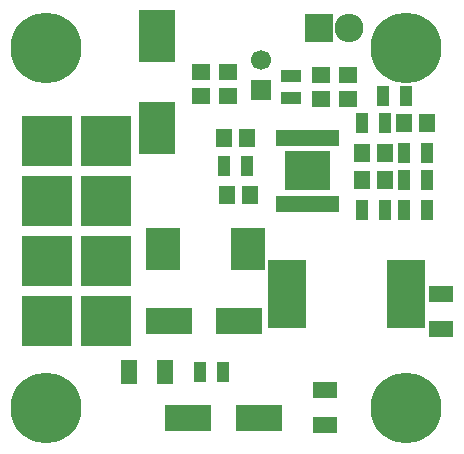
<source format=gbr>
G04 #@! TF.FileFunction,Soldermask,Bot*
%FSLAX46Y46*%
G04 Gerber Fmt 4.6, Leading zero omitted, Abs format (unit mm)*
G04 Created by KiCad (PCBNEW 4.0.2-stable) date 26/09/2016 11:14:20*
%MOMM*%
G01*
G04 APERTURE LIST*
%ADD10C,0.150000*%
%ADD11R,3.300680X5.800040*%
%ADD12R,1.700000X1.100000*%
%ADD13R,4.210000X4.210000*%
%ADD14R,0.850000X1.450000*%
%ADD15R,1.295000X1.870000*%
%ADD16C,1.000000*%
%ADD17C,6.000000*%
%ADD18R,1.650000X1.400000*%
%ADD19R,1.400000X1.650000*%
%ADD20R,3.000000X3.600000*%
%ADD21R,1.100000X1.700000*%
%ADD22R,3.900120X2.200860*%
%ADD23R,2.432000X2.432000*%
%ADD24O,2.432000X2.432000*%
%ADD25C,1.700000*%
%ADD26R,1.700000X1.700000*%
%ADD27R,3.100020X4.400500*%
%ADD28R,2.000000X1.400000*%
%ADD29R,1.400000X2.000000*%
G04 APERTURE END LIST*
D10*
D11*
X148668740Y-96520000D03*
X158671260Y-96520000D03*
D12*
X148971000Y-79944000D03*
X148971000Y-78044000D03*
D13*
X128350000Y-93726000D03*
X133350000Y-93726000D03*
D14*
X148093000Y-83331000D03*
X148743000Y-83331000D03*
X149393000Y-83331000D03*
X150043000Y-83331000D03*
X150693000Y-83331000D03*
X151343000Y-83331000D03*
X151993000Y-83331000D03*
X152643000Y-83331000D03*
X152643000Y-88881000D03*
X151993000Y-88881000D03*
X151343000Y-88881000D03*
X150693000Y-88881000D03*
X150043000Y-88881000D03*
X149393000Y-88881000D03*
X148743000Y-88881000D03*
X148093000Y-88881000D03*
D15*
X151710500Y-86841000D03*
X150815500Y-86841000D03*
X149920500Y-86841000D03*
X149025500Y-86841000D03*
X151710500Y-85371000D03*
X150815500Y-85371000D03*
X149920500Y-85371000D03*
X149025500Y-85371000D03*
D16*
X148971000Y-84963000D03*
X148971000Y-85725000D03*
X148971000Y-86487000D03*
X149987000Y-84963000D03*
X149987000Y-85725000D03*
X148971000Y-87249000D03*
X150749000Y-84963000D03*
X149987000Y-86487000D03*
X149987000Y-87249000D03*
X151638000Y-84963000D03*
X150749000Y-85725000D03*
X150749000Y-86487000D03*
X150749000Y-87249000D03*
X151638000Y-85725000D03*
X151638000Y-86487000D03*
X151638000Y-87249000D03*
D17*
X128270000Y-106172000D03*
X128270000Y-75692000D03*
X158750000Y-106172000D03*
X158750000Y-75692000D03*
D18*
X143637000Y-79740000D03*
X143637000Y-77740000D03*
X141351000Y-79740000D03*
X141351000Y-77740000D03*
X151511000Y-77994000D03*
X151511000Y-79994000D03*
X153797000Y-79994000D03*
X153797000Y-77994000D03*
D19*
X143526000Y-88138000D03*
X145526000Y-88138000D03*
X154956000Y-84582000D03*
X156956000Y-84582000D03*
X145272000Y-83312000D03*
X143272000Y-83312000D03*
X156956000Y-86868000D03*
X154956000Y-86868000D03*
X160512000Y-82042000D03*
X158512000Y-82042000D03*
D20*
X138132000Y-92710000D03*
X145332000Y-92710000D03*
D21*
X155006000Y-89408000D03*
X156906000Y-89408000D03*
X160462000Y-86868000D03*
X158562000Y-86868000D03*
X160462000Y-84582000D03*
X158562000Y-84582000D03*
X156906000Y-82042000D03*
X155006000Y-82042000D03*
X158684000Y-79756000D03*
X156784000Y-79756000D03*
X145222000Y-85725000D03*
X143322000Y-85725000D03*
D13*
X128350000Y-83566000D03*
X133350000Y-83566000D03*
X128350000Y-88646000D03*
X133350000Y-88646000D03*
X128350000Y-98806000D03*
X133350000Y-98806000D03*
D21*
X158562000Y-89408000D03*
X160462000Y-89408000D03*
D22*
X140256260Y-107061000D03*
X146255740Y-107061000D03*
D21*
X143190000Y-103124000D03*
X141290000Y-103124000D03*
D23*
X151384000Y-74041000D03*
D24*
X153924000Y-74041000D03*
D22*
X144604740Y-98806000D03*
X138605260Y-98806000D03*
D25*
X146431000Y-76748000D03*
D26*
X146431000Y-79248000D03*
D27*
X137668000Y-74724260D03*
X137668000Y-82501740D03*
D28*
X151892000Y-104672000D03*
X151892000Y-107672000D03*
D29*
X138279000Y-103124000D03*
X135279000Y-103124000D03*
D28*
X161671000Y-96544000D03*
X161671000Y-99544000D03*
M02*

</source>
